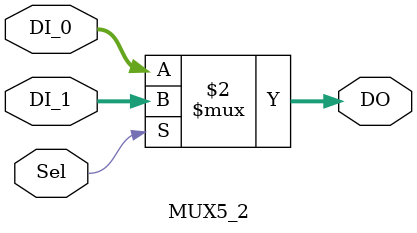
<source format=v>
`timescale 1ns / 1ps

module MUX5_2(
    input Sel,
    input [4:0] DI_0,
    input [4:0] DI_1,
    output [4:0] DO
    );

    assign DO = (Sel == 1'b0 ? DI_0 : DI_1);

endmodule

</source>
